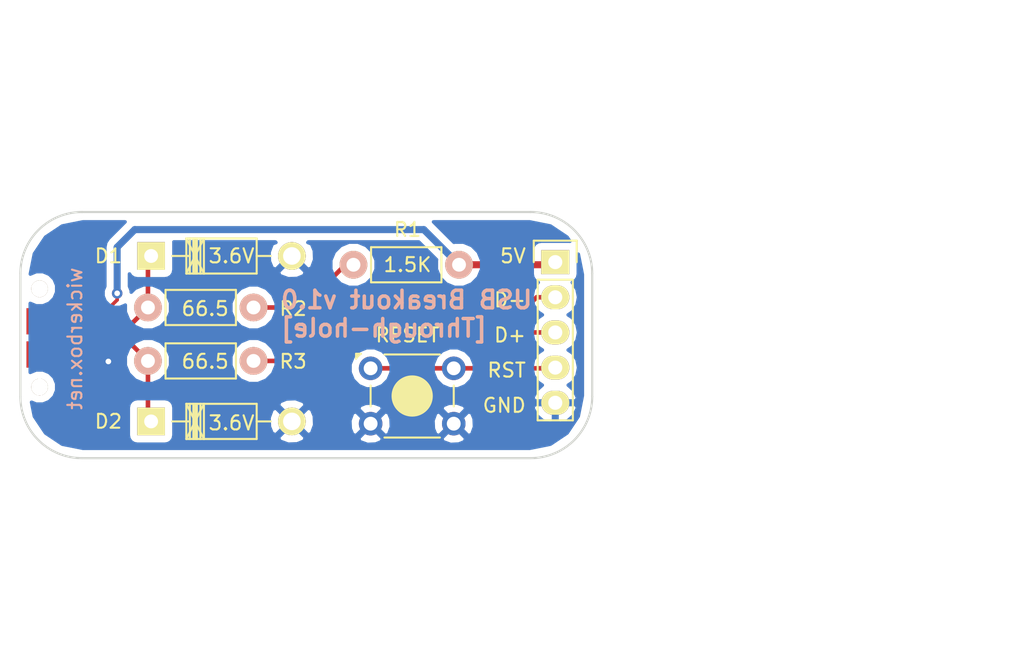
<source format=kicad_pcb>
(kicad_pcb (version 4) (host pcbnew 4.0.4+e1-6308~48~ubuntu14.04.1-stable)

  (general
    (links 16)
    (no_connects 0)
    (area 104.572999 74.854999 178.510001 123.265001)
    (thickness 1.6)
    (drawings 48)
    (tracks 37)
    (zones 0)
    (modules 8)
    (nets 8)
  )

  (page USLetter)
  (title_block
    (company "Released under the CERN Open Hardware License v1.2")
    (comment 1 "jenner@wickerbox.net - http://wickerbox.net")
    (comment 2 "Designed by Jenner at Wickerbox Electronics")
  )

  (layers
    (0 F.Cu signal)
    (31 B.Cu signal)
    (34 B.Paste user)
    (35 F.Paste user)
    (36 B.SilkS user)
    (37 F.SilkS user)
    (38 B.Mask user)
    (39 F.Mask user)
    (44 Edge.Cuts user)
    (46 B.CrtYd user)
    (47 F.CrtYd user)
    (48 B.Fab user)
    (49 F.Fab user)
  )

  (setup
    (last_trace_width 0.254)
    (user_trace_width 0.1524)
    (user_trace_width 0.254)
    (user_trace_width 0.3302)
    (user_trace_width 0.508)
    (user_trace_width 0.762)
    (user_trace_width 1.27)
    (trace_clearance 0.254)
    (zone_clearance 0.508)
    (zone_45_only no)
    (trace_min 0.1524)
    (segment_width 0.1524)
    (edge_width 0.1524)
    (via_size 0.6858)
    (via_drill 0.3302)
    (via_min_size 0.6858)
    (via_min_drill 0.3302)
    (user_via 0.6858 0.3302)
    (user_via 0.762 0.4064)
    (user_via 0.8636 0.508)
    (uvia_size 0.6858)
    (uvia_drill 0.3302)
    (uvias_allowed no)
    (uvia_min_size 0)
    (uvia_min_drill 0)
    (pcb_text_width 0.1524)
    (pcb_text_size 1.016 1.016)
    (mod_edge_width 0.1524)
    (mod_text_size 1.016 1.016)
    (mod_text_width 0.1524)
    (pad_size 1.524 1.524)
    (pad_drill 0.762)
    (pad_to_mask_clearance 0.0762)
    (solder_mask_min_width 0.1016)
    (pad_to_paste_clearance -0.0762)
    (aux_axis_origin 0 0)
    (visible_elements FFFEDF7D)
    (pcbplotparams
      (layerselection 0x310fc_80000001)
      (usegerberextensions true)
      (excludeedgelayer true)
      (linewidth 0.100000)
      (plotframeref false)
      (viasonmask false)
      (mode 1)
      (useauxorigin false)
      (hpglpennumber 1)
      (hpglpenspeed 20)
      (hpglpendiameter 15)
      (hpglpenoverlay 2)
      (psnegative false)
      (psa4output false)
      (plotreference true)
      (plotvalue true)
      (plotinvisibletext false)
      (padsonsilk false)
      (subtractmaskfromsilk false)
      (outputformat 1)
      (mirror false)
      (drillshape 0)
      (scaleselection 1)
      (outputdirectory gerbers))
  )

  (net 0 "")
  (net 1 GND)
  (net 2 "Net-(D1-Pad1)")
  (net 3 "Net-(D2-Pad1)")
  (net 4 VUSB)
  (net 5 /DM)
  (net 6 /DP)
  (net 7 /RESET)

  (net_class Default "This is the default net class."
    (clearance 0.254)
    (trace_width 0.254)
    (via_dia 0.6858)
    (via_drill 0.3302)
    (uvia_dia 0.6858)
    (uvia_drill 0.3302)
    (add_net /DM)
    (add_net /DP)
    (add_net /RESET)
    (add_net GND)
    (add_net "Net-(D1-Pad1)")
    (add_net "Net-(D2-Pad1)")
    (add_net VUSB)
  )

  (module Wickerlib:CONN-USB-MICRO-B-AMPHENOL-10118193-0001LF (layer F.Cu) (tedit 58332770) (tstamp 58334A4F)
    (at 107.4304 99.2628 270)
    (descr "Micro USB Type B 10103594-0001LF")
    (tags "USB USB_B USB_micro USB_OTG")
    (path /58331EEE)
    (attr smd)
    (fp_text reference J1 (at -0.2028 -1.25 360) (layer F.Fab)
      (effects (font (size 2.032 2.032) (thickness 0.254)))
    )
    (fp_text value USB-MICRO (at -0.25 0.25 270) (layer F.Fab) hide
      (effects (font (size 1 1) (thickness 0.15)))
    )
    (fp_text user %R (at 4 -4.75 270) (layer F.SilkS) hide
      (effects (font (size 1 1) (thickness 0.15)))
    )
    (fp_line (start -5 1.5) (end -5 -3.75) (layer F.Fab) (width 0.05))
    (fp_line (start 5 1.5) (end -5 1.5) (layer F.Fab) (width 0.05))
    (fp_line (start 5 -3.75) (end 5 1.5) (layer F.Fab) (width 0.05))
    (fp_line (start -5 -3.75) (end 5 -3.75) (layer F.Fab) (width 0.05))
    (fp_line (start 5.0546 1.524) (end -5.08 1.524) (layer F.CrtYd) (width 0.05))
    (fp_line (start -5.08 -3.8608) (end -5.08 1.524) (layer F.CrtYd) (width 0.05))
    (fp_line (start 5.08 -3.8608) (end 5.08 1.524) (layer F.CrtYd) (width 0.05))
    (fp_line (start 5.08 -3.8862) (end -5.0546 -3.8862) (layer F.CrtYd) (width 0.05))
    (pad 1 smd rect (at -1.3 -2.675) (size 1.35 0.4) (layers F.Cu F.Paste F.Mask)
      (net 4 VUSB))
    (pad 2 smd rect (at -0.65 -2.675) (size 1.35 0.4) (layers F.Cu F.Paste F.Mask)
      (net 2 "Net-(D1-Pad1)"))
    (pad 3 smd rect (at -0.0009 -2.675) (size 1.35 0.4) (layers F.Cu F.Paste F.Mask)
      (net 3 "Net-(D2-Pad1)"))
    (pad 4 smd rect (at 0.65 -2.675) (size 1.35 0.4) (layers F.Cu F.Paste F.Mask))
    (pad 5 smd rect (at 1.3 -2.675) (size 1.35 0.4) (layers F.Cu F.Paste F.Mask)
      (net 1 GND))
    (pad 6 smd rect (at -3.2 -2.45) (size 1.4 1.6) (layers F.Cu F.Paste F.Mask))
    (pad 6 thru_hole circle (at -3.55 0) (size 1.2 1.2) (drill 1.2) (layers *.Cu *.Mask F.SilkS))
    (pad 6 smd rect (at -1.2 0) (size 1.9 1.9) (layers F.Cu F.Paste F.Mask))
    (pad 6 smd rect (at 1.2 0) (size 1.9 1.9) (layers F.Cu F.Paste F.Mask))
    (pad 6 smd rect (at 3.2 -2.45) (size 1.4 1.6) (layers F.Cu F.Paste F.Mask))
    (pad 6 thru_hole circle (at 3.55 0) (size 1.2 1.2) (drill 1.2) (layers *.Cu *.Mask F.SilkS))
  )

  (module Wickerlib:CONN-HEADER-STRAIGHT-P2.54MM-1x05 (layer F.Cu) (tedit 5833276D) (tstamp 58334A68)
    (at 144.653 93.7895)
    (descr "Through hole pin header")
    (tags "pin header")
    (path /5833CF38)
    (fp_text reference J2 (at 0 5.25 180) (layer F.Fab)
      (effects (font (size 2.032 2.032) (thickness 0.254)))
    )
    (fp_text value "TO MICROCONTROLLER" (at -3.25 6.5 90) (layer F.Fab) hide
      (effects (font (size 1 1) (thickness 0.15)))
    )
    (fp_line (start 1.75 12) (end 1.75 -1.75) (layer F.Fab) (width 0.0508))
    (fp_line (start -1.75 12) (end 1.75 12) (layer F.Fab) (width 0.0508))
    (fp_line (start -1.75 -1.75) (end -1.75 12) (layer F.Fab) (width 0.0508))
    (fp_line (start 1.75 -1.75) (end -1.75 -1.75) (layer F.Fab) (width 0.0508))
    (fp_text user %R (at 0 -3) (layer F.SilkS) hide
      (effects (font (size 1 1) (thickness 0.15)))
    )
    (fp_line (start -1.55 0) (end -1.55 -1.55) (layer F.SilkS) (width 0.15))
    (fp_line (start -1.55 -1.55) (end 1.55 -1.55) (layer F.SilkS) (width 0.15))
    (fp_line (start 1.55 -1.55) (end 1.55 0) (layer F.SilkS) (width 0.15))
    (fp_line (start -1.75 -1.75) (end -1.75 11.95) (layer F.CrtYd) (width 0.05))
    (fp_line (start 1.75 -1.75) (end 1.75 11.95) (layer F.CrtYd) (width 0.05))
    (fp_line (start -1.75 -1.75) (end 1.75 -1.75) (layer F.CrtYd) (width 0.05))
    (fp_line (start -1.75 11.95) (end 1.75 11.95) (layer F.CrtYd) (width 0.05))
    (fp_line (start 1.27 1.27) (end 1.27 11.43) (layer F.SilkS) (width 0.15))
    (fp_line (start 1.27 11.43) (end -1.27 11.43) (layer F.SilkS) (width 0.15))
    (fp_line (start -1.27 11.43) (end -1.27 1.27) (layer F.SilkS) (width 0.15))
    (fp_line (start 1.27 1.27) (end -1.27 1.27) (layer F.SilkS) (width 0.15))
    (pad 1 thru_hole rect (at 0 0) (size 2.032 1.7272) (drill 1.016) (layers *.Cu *.Mask F.SilkS)
      (net 4 VUSB))
    (pad 2 thru_hole oval (at 0 2.54) (size 2.032 1.7272) (drill 1.016) (layers *.Cu *.Mask F.SilkS)
      (net 5 /DM))
    (pad 3 thru_hole oval (at 0 5.08) (size 2.032 1.7272) (drill 1.016) (layers *.Cu *.Mask F.SilkS)
      (net 6 /DP))
    (pad 4 thru_hole oval (at 0 7.62) (size 2.032 1.7272) (drill 1.016) (layers *.Cu *.Mask F.SilkS)
      (net 7 /RESET))
    (pad 5 thru_hole oval (at 0 10.16) (size 2.032 1.7272) (drill 1.016) (layers *.Cu *.Mask F.SilkS)
      (net 1 GND))
  )

  (module Wickerlib:RES-CARBONFILM-7MM (layer F.Cu) (tedit 58157667) (tstamp 58334A7C)
    (at 137.7061 93.98 180)
    (descr "Resistor, Axial,  RM 7.62mm, 1/3W,")
    (tags "Resistor Axial RM 7.62mm 1/3W R3")
    (path /5833CD1D)
    (fp_text reference R1 (at 3.8 0 180) (layer F.Fab)
      (effects (font (size 1 1) (thickness 0.15)))
    )
    (fp_text value 1.5K (at 3.81 3.81 180) (layer F.Fab) hide
      (effects (font (size 1 1) (thickness 0.15)))
    )
    (fp_text user %R (at 3.7211 2.54 180) (layer F.SilkS)
      (effects (font (size 1 1) (thickness 0.15)))
    )
    (fp_line (start 8.9 -1.5) (end -1.3 -1.5) (layer F.Fab) (width 0.0508))
    (fp_line (start 8.9 1.5) (end 8.9 -1.5) (layer F.Fab) (width 0.0508))
    (fp_line (start 8.8 1.5) (end 8.9 1.5) (layer F.Fab) (width 0.0508))
    (fp_line (start -1.3 1.5) (end 8.8 1.5) (layer F.Fab) (width 0.0508))
    (fp_line (start -1.3 -1.5) (end -1.3 1.5) (layer F.Fab) (width 0.0508))
    (fp_line (start -1.25 -1.5) (end 8.85 -1.5) (layer F.CrtYd) (width 0.05))
    (fp_line (start -1.25 1.5) (end -1.25 -1.5) (layer F.CrtYd) (width 0.05))
    (fp_line (start 8.85 -1.5) (end 8.85 1.5) (layer F.CrtYd) (width 0.05))
    (fp_line (start -1.25 1.5) (end 8.85 1.5) (layer F.CrtYd) (width 0.05))
    (fp_line (start 1.27 -1.27) (end 6.35 -1.27) (layer F.SilkS) (width 0.15))
    (fp_line (start 6.35 -1.27) (end 6.35 1.27) (layer F.SilkS) (width 0.15))
    (fp_line (start 6.35 1.27) (end 1.27 1.27) (layer F.SilkS) (width 0.15))
    (fp_line (start 1.27 1.27) (end 1.27 -1.27) (layer F.SilkS) (width 0.15))
    (pad 1 thru_hole circle (at 0 0 180) (size 1.99898 1.99898) (drill 1.00076) (layers *.Cu *.SilkS *.Mask)
      (net 4 VUSB))
    (pad 2 thru_hole circle (at 7.62 0 180) (size 1.99898 1.99898) (drill 1.00076) (layers *.Cu *.SilkS *.Mask)
      (net 2 "Net-(D1-Pad1)"))
  )

  (module Wickerlib:RES-CARBONFILM-7MM (layer F.Cu) (tedit 58157667) (tstamp 58334A90)
    (at 122.8725 97.0661 180)
    (descr "Resistor, Axial,  RM 7.62mm, 1/3W,")
    (tags "Resistor Axial RM 7.62mm 1/3W R3")
    (path /5833C9E5)
    (fp_text reference R2 (at 3.8 0 180) (layer F.Fab)
      (effects (font (size 1 1) (thickness 0.15)))
    )
    (fp_text value 66.5 (at 3.81 3.81 180) (layer F.Fab) hide
      (effects (font (size 1 1) (thickness 0.15)))
    )
    (fp_text user %R (at -2.8575 -0.0889 180) (layer F.SilkS)
      (effects (font (size 1 1) (thickness 0.15)))
    )
    (fp_line (start 8.9 -1.5) (end -1.3 -1.5) (layer F.Fab) (width 0.0508))
    (fp_line (start 8.9 1.5) (end 8.9 -1.5) (layer F.Fab) (width 0.0508))
    (fp_line (start 8.8 1.5) (end 8.9 1.5) (layer F.Fab) (width 0.0508))
    (fp_line (start -1.3 1.5) (end 8.8 1.5) (layer F.Fab) (width 0.0508))
    (fp_line (start -1.3 -1.5) (end -1.3 1.5) (layer F.Fab) (width 0.0508))
    (fp_line (start -1.25 -1.5) (end 8.85 -1.5) (layer F.CrtYd) (width 0.05))
    (fp_line (start -1.25 1.5) (end -1.25 -1.5) (layer F.CrtYd) (width 0.05))
    (fp_line (start 8.85 -1.5) (end 8.85 1.5) (layer F.CrtYd) (width 0.05))
    (fp_line (start -1.25 1.5) (end 8.85 1.5) (layer F.CrtYd) (width 0.05))
    (fp_line (start 1.27 -1.27) (end 6.35 -1.27) (layer F.SilkS) (width 0.15))
    (fp_line (start 6.35 -1.27) (end 6.35 1.27) (layer F.SilkS) (width 0.15))
    (fp_line (start 6.35 1.27) (end 1.27 1.27) (layer F.SilkS) (width 0.15))
    (fp_line (start 1.27 1.27) (end 1.27 -1.27) (layer F.SilkS) (width 0.15))
    (pad 1 thru_hole circle (at 0 0 180) (size 1.99898 1.99898) (drill 1.00076) (layers *.Cu *.SilkS *.Mask)
      (net 5 /DM))
    (pad 2 thru_hole circle (at 7.62 0 180) (size 1.99898 1.99898) (drill 1.00076) (layers *.Cu *.SilkS *.Mask)
      (net 2 "Net-(D1-Pad1)"))
  )

  (module Wickerlib:RES-CARBONFILM-7MM (layer F.Cu) (tedit 58157667) (tstamp 58334AA4)
    (at 122.8725 100.9269 180)
    (descr "Resistor, Axial,  RM 7.62mm, 1/3W,")
    (tags "Resistor Axial RM 7.62mm 1/3W R3")
    (path /5833CBCE)
    (fp_text reference R3 (at 3.8 0 180) (layer F.Fab)
      (effects (font (size 1 1) (thickness 0.15)))
    )
    (fp_text value 66.5 (at 3.81 3.81 180) (layer F.Fab) hide
      (effects (font (size 1 1) (thickness 0.15)))
    )
    (fp_text user %R (at -2.8575 -0.0381 180) (layer F.SilkS)
      (effects (font (size 1 1) (thickness 0.15)))
    )
    (fp_line (start 8.9 -1.5) (end -1.3 -1.5) (layer F.Fab) (width 0.0508))
    (fp_line (start 8.9 1.5) (end 8.9 -1.5) (layer F.Fab) (width 0.0508))
    (fp_line (start 8.8 1.5) (end 8.9 1.5) (layer F.Fab) (width 0.0508))
    (fp_line (start -1.3 1.5) (end 8.8 1.5) (layer F.Fab) (width 0.0508))
    (fp_line (start -1.3 -1.5) (end -1.3 1.5) (layer F.Fab) (width 0.0508))
    (fp_line (start -1.25 -1.5) (end 8.85 -1.5) (layer F.CrtYd) (width 0.05))
    (fp_line (start -1.25 1.5) (end -1.25 -1.5) (layer F.CrtYd) (width 0.05))
    (fp_line (start 8.85 -1.5) (end 8.85 1.5) (layer F.CrtYd) (width 0.05))
    (fp_line (start -1.25 1.5) (end 8.85 1.5) (layer F.CrtYd) (width 0.05))
    (fp_line (start 1.27 -1.27) (end 6.35 -1.27) (layer F.SilkS) (width 0.15))
    (fp_line (start 6.35 -1.27) (end 6.35 1.27) (layer F.SilkS) (width 0.15))
    (fp_line (start 6.35 1.27) (end 1.27 1.27) (layer F.SilkS) (width 0.15))
    (fp_line (start 1.27 1.27) (end 1.27 -1.27) (layer F.SilkS) (width 0.15))
    (pad 1 thru_hole circle (at 0 0 180) (size 1.99898 1.99898) (drill 1.00076) (layers *.Cu *.SilkS *.Mask)
      (net 6 /DP))
    (pad 2 thru_hole circle (at 7.62 0 180) (size 1.99898 1.99898) (drill 1.00076) (layers *.Cu *.SilkS *.Mask)
      (net 3 "Net-(D2-Pad1)"))
  )

  (module Wickerlib:SWITCH-OMRON-MOMENTARY-TH-B3F-10XX (layer F.Cu) (tedit 5833275B) (tstamp 58334AC5)
    (at 131.3251 101.4603)
    (descr SWITCH-OMRON-MOMENTARY-TH-B3F-10XX)
    (tags "Omron B3F-10xx")
    (path /5833D15A)
    (fp_text reference SW1 (at 3 2) (layer F.Fab)
      (effects (font (size 1 1) (thickness 0.15)))
    )
    (fp_text value RESET (at 3.25 2) (layer F.Fab) hide
      (effects (font (size 1 1) (thickness 0.15)))
    )
    (fp_text user %R (at 3.25 2.0447) (layer F.SilkS) hide
      (effects (font (size 1 1) (thickness 0.15)))
    )
    (fp_line (start 7 5) (end 7 -1) (layer F.Fab) (width 0.05))
    (fp_line (start -1 5) (end 7 5) (layer F.Fab) (width 0.05))
    (fp_line (start -1 -1) (end -1 5) (layer F.Fab) (width 0.05))
    (fp_line (start 7 -1) (end -1 -1) (layer F.Fab) (width 0.05))
    (fp_line (start -0.95 -1) (end -0.95 -0.9) (layer F.SilkS) (width 0.15))
    (fp_line (start -1.05 -1.05) (end -0.7 -1.05) (layer F.SilkS) (width 0.15))
    (fp_arc (start 0 0) (end -1.05 -0.7) (angle 22.61986495) (layer F.SilkS) (width 0.15))
    (fp_line (start -1.05 -1.05) (end -1.05 -0.7) (layer F.SilkS) (width 0.15))
    (fp_line (start 7.15 -1.15) (end 0.45 -1.15) (layer F.CrtYd) (width 0.05))
    (fp_line (start 7.15 5.15) (end 7.15 -1.15) (layer F.CrtYd) (width 0.05))
    (fp_line (start -1.15 5.15) (end 7.15 5.15) (layer F.CrtYd) (width 0.05))
    (fp_line (start -1.15 0) (end -1.15 5.15) (layer F.CrtYd) (width 0.05))
    (fp_line (start -1.15 -1.15) (end 0.45 -1.15) (layer F.CrtYd) (width 0.05))
    (fp_line (start -1.15 0) (end -1.15 -1.15) (layer F.CrtYd) (width 0.05))
    (fp_circle (center 3 2) (end 4 3) (layer F.SilkS) (width 0.15))
    (fp_line (start 1 5) (end 5 5) (layer F.SilkS) (width 0.15))
    (fp_line (start 1 -1) (end 5 -1) (layer F.SilkS) (width 0.15))
    (fp_line (start 0 2.75) (end 0 1.25) (layer F.SilkS) (width 0.15))
    (fp_line (start 6 1.25) (end 6 2.75) (layer F.SilkS) (width 0.15))
    (fp_line (start 0 2) (end 0 2) (layer F.SilkS) (width 0))
    (fp_line (start 5 5) (end 1 5) (layer F.SilkS) (width 0))
    (fp_line (start 5 -1) (end 1 -1) (layer F.SilkS) (width 0))
    (fp_line (start 6 2) (end 6 2) (layer F.SilkS) (width 0))
    (fp_circle (center 3 2) (end 4 3) (layer F.SilkS) (width 0))
    (pad 4 thru_hole circle (at 6 4) (size 1.7 1.7) (drill 1) (layers *.Cu *.Mask)
      (net 1 GND))
    (pad 3 thru_hole circle (at 0 4) (size 1.7 1.7) (drill 1) (layers *.Cu *.Mask)
      (net 1 GND))
    (pad 2 thru_hole circle (at 6 0) (size 1.7 1.7) (drill 1) (layers *.Cu *.Mask)
      (net 7 /RESET))
    (pad 1 thru_hole circle (at 0 0) (size 1.7 1.7) (drill 1) (layers *.Cu *.Mask)
      (net 7 /RESET))
  )

  (module Wickerlib:DIODE-DO-41 (layer F.Cu) (tedit 58156C41) (tstamp 58334A17)
    (at 115.4811 93.34754)
    (descr "Diode, DO-41, SOD81, Horizontal, RM 10mm,")
    (tags "Diode, DO-41, SOD81, Horizontal, RM 10mm, 1N4007, SB140,")
    (path /58331F64)
    (fp_text reference D1 (at 5.25 0) (layer F.Fab)
      (effects (font (size 2.032 2.032) (thickness 0.254)))
    )
    (fp_text value 3.6V (at 4.37134 -3.55854) (layer F.Fab) hide
      (effects (font (size 1 1) (thickness 0.15)))
    )
    (fp_line (start 11.5 -1.75) (end 11.75 -1.75) (layer F.CrtYd) (width 0.0508))
    (fp_line (start -1.5 -1.75) (end 11.5 -1.75) (layer F.CrtYd) (width 0.0508))
    (fp_line (start -1.5 1.75) (end -1.5 -1.75) (layer F.CrtYd) (width 0.0508))
    (fp_line (start 11.75 1.75) (end -1.5 1.75) (layer F.CrtYd) (width 0.0508))
    (fp_line (start 11.75 -1.75) (end 11.75 1.75) (layer F.CrtYd) (width 0.0508))
    (fp_text user %R (at -3.0861 -0.00254) (layer F.SilkS)
      (effects (font (size 1 1) (thickness 0.15)))
    )
    (fp_line (start -1.5 -1.75) (end -1.5 -1.5) (layer F.Fab) (width 0.0508))
    (fp_line (start 11.75 -1.75) (end -1.5 -1.75) (layer F.Fab) (width 0.0508))
    (fp_line (start 11.75 1.75) (end 11.75 -1.75) (layer F.Fab) (width 0.0508))
    (fp_line (start 11.5 1.75) (end 11.75 1.75) (layer F.Fab) (width 0.0508))
    (fp_line (start -1.5 1.75) (end 11.5 1.75) (layer F.Fab) (width 0.0508))
    (fp_line (start -1.5 -1.5) (end -1.5 1.75) (layer F.Fab) (width 0.0508))
    (fp_line (start 7.62 -0.00254) (end 8.636 -0.00254) (layer F.SilkS) (width 0.15))
    (fp_line (start 2.794 -0.00254) (end 1.524 -0.00254) (layer F.SilkS) (width 0.15))
    (fp_line (start 3.048 -1.27254) (end 3.048 1.26746) (layer F.SilkS) (width 0.15))
    (fp_line (start 3.302 -1.27254) (end 3.302 1.26746) (layer F.SilkS) (width 0.15))
    (fp_line (start 3.556 -1.27254) (end 3.556 1.26746) (layer F.SilkS) (width 0.15))
    (fp_line (start 2.794 -1.27254) (end 2.794 1.26746) (layer F.SilkS) (width 0.15))
    (fp_line (start 3.81 -1.27254) (end 2.54 1.26746) (layer F.SilkS) (width 0.15))
    (fp_line (start 2.54 -1.27254) (end 3.81 1.26746) (layer F.SilkS) (width 0.15))
    (fp_line (start 3.81 -1.27254) (end 3.81 1.26746) (layer F.SilkS) (width 0.15))
    (fp_line (start 3.175 -1.27254) (end 3.175 1.26746) (layer F.SilkS) (width 0.15))
    (fp_line (start 2.54 1.26746) (end 2.54 -1.27254) (layer F.SilkS) (width 0.15))
    (fp_line (start 2.54 -1.27254) (end 7.62 -1.27254) (layer F.SilkS) (width 0.15))
    (fp_line (start 7.62 -1.27254) (end 7.62 1.26746) (layer F.SilkS) (width 0.15))
    (fp_line (start 7.62 1.26746) (end 2.54 1.26746) (layer F.SilkS) (width 0.15))
    (fp_line (start -0.5 -1.75) (end -0.5 1.75) (layer F.Fab) (width 0.0508))
    (pad 2 thru_hole circle (at 10.16 -0.00254 180) (size 1.99898 1.99898) (drill 1.27) (layers *.Cu *.Mask F.SilkS)
      (net 1 GND))
    (pad 1 thru_hole rect (at 0 -0.00254 180) (size 1.99898 1.99898) (drill 1.00076) (layers *.Cu *.Mask F.SilkS)
      (net 2 "Net-(D1-Pad1)"))
  )

  (module Wickerlib:DIODE-DO-41 (layer F.Cu) (tedit 58156C41) (tstamp 58334A37)
    (at 115.4811 105.29824)
    (descr "Diode, DO-41, SOD81, Horizontal, RM 10mm,")
    (tags "Diode, DO-41, SOD81, Horizontal, RM 10mm, 1N4007, SB140,")
    (path /58331FE7)
    (fp_text reference D2 (at 5.25 0) (layer F.Fab)
      (effects (font (size 2.032 2.032) (thickness 0.254)))
    )
    (fp_text value 3.6V (at 4.37134 -3.55854) (layer F.Fab) hide
      (effects (font (size 1 1) (thickness 0.15)))
    )
    (fp_line (start 11.5 -1.75) (end 11.75 -1.75) (layer F.CrtYd) (width 0.0508))
    (fp_line (start -1.5 -1.75) (end 11.5 -1.75) (layer F.CrtYd) (width 0.0508))
    (fp_line (start -1.5 1.75) (end -1.5 -1.75) (layer F.CrtYd) (width 0.0508))
    (fp_line (start 11.75 1.75) (end -1.5 1.75) (layer F.CrtYd) (width 0.0508))
    (fp_line (start 11.75 -1.75) (end 11.75 1.75) (layer F.CrtYd) (width 0.0508))
    (fp_text user %R (at -3.0861 -0.00254) (layer F.SilkS)
      (effects (font (size 1 1) (thickness 0.15)))
    )
    (fp_line (start -1.5 -1.75) (end -1.5 -1.5) (layer F.Fab) (width 0.0508))
    (fp_line (start 11.75 -1.75) (end -1.5 -1.75) (layer F.Fab) (width 0.0508))
    (fp_line (start 11.75 1.75) (end 11.75 -1.75) (layer F.Fab) (width 0.0508))
    (fp_line (start 11.5 1.75) (end 11.75 1.75) (layer F.Fab) (width 0.0508))
    (fp_line (start -1.5 1.75) (end 11.5 1.75) (layer F.Fab) (width 0.0508))
    (fp_line (start -1.5 -1.5) (end -1.5 1.75) (layer F.Fab) (width 0.0508))
    (fp_line (start 7.62 -0.00254) (end 8.636 -0.00254) (layer F.SilkS) (width 0.15))
    (fp_line (start 2.794 -0.00254) (end 1.524 -0.00254) (layer F.SilkS) (width 0.15))
    (fp_line (start 3.048 -1.27254) (end 3.048 1.26746) (layer F.SilkS) (width 0.15))
    (fp_line (start 3.302 -1.27254) (end 3.302 1.26746) (layer F.SilkS) (width 0.15))
    (fp_line (start 3.556 -1.27254) (end 3.556 1.26746) (layer F.SilkS) (width 0.15))
    (fp_line (start 2.794 -1.27254) (end 2.794 1.26746) (layer F.SilkS) (width 0.15))
    (fp_line (start 3.81 -1.27254) (end 2.54 1.26746) (layer F.SilkS) (width 0.15))
    (fp_line (start 2.54 -1.27254) (end 3.81 1.26746) (layer F.SilkS) (width 0.15))
    (fp_line (start 3.81 -1.27254) (end 3.81 1.26746) (layer F.SilkS) (width 0.15))
    (fp_line (start 3.175 -1.27254) (end 3.175 1.26746) (layer F.SilkS) (width 0.15))
    (fp_line (start 2.54 1.26746) (end 2.54 -1.27254) (layer F.SilkS) (width 0.15))
    (fp_line (start 2.54 -1.27254) (end 7.62 -1.27254) (layer F.SilkS) (width 0.15))
    (fp_line (start 7.62 -1.27254) (end 7.62 1.26746) (layer F.SilkS) (width 0.15))
    (fp_line (start 7.62 1.26746) (end 2.54 1.26746) (layer F.SilkS) (width 0.15))
    (fp_line (start -0.5 -1.75) (end -0.5 1.75) (layer F.Fab) (width 0.0508))
    (pad 2 thru_hole circle (at 10.16 -0.00254 180) (size 1.99898 1.99898) (drill 1.27) (layers *.Cu *.Mask F.SilkS)
      (net 1 GND))
    (pad 1 thru_hole rect (at 0 -0.00254 180) (size 1.99898 1.99898) (drill 1.00076) (layers *.Cu *.Mask F.SilkS)
      (net 3 "Net-(D2-Pad1)"))
  )

  (gr_text wickerbox.net (at 109.982 99.314 90) (layer B.SilkS)
    (effects (font (size 1.016 1.016) (thickness 0.1524)) (justify mirror))
  )
  (gr_text "USB Breakout v1.0\n [Through-hole]" (at 124.714 97.536) (layer B.SilkS)
    (effects (font (size 1.27 1.27) (thickness 0.254)) (justify right mirror))
  )
  (gr_text 11/21/16 (at 142.875 109.855) (layer F.Fab) (tstamp 58335214)
    (effects (font (size 1.016 1.016) (thickness 0.1524)))
  )
  (gr_text "USB Breakout Board\nThrough-hole v1.0" (at 139.065 87.63) (layer F.Fab)
    (effects (font (size 1.016 1.016) (thickness 0.1524)))
  )
  (gr_line (start 110.49 107.95) (end 142.875 107.95) (layer F.Fab) (width 0.1524) (tstamp 583351FB))
  (gr_arc (start 142.875 103.505) (end 147.32 103.505) (angle 90) (layer F.Fab) (width 0.1524) (tstamp 583351FA))
  (gr_line (start 147.32 103.505) (end 147.32 94.615) (layer Edge.Cuts) (width 0.1524) (tstamp 583351F9))
  (gr_arc (start 142.875 94.615) (end 142.875 90.17) (angle 90) (layer F.Fab) (width 0.1524) (tstamp 583351F8))
  (gr_arc (start 110.49 103.505) (end 110.49 107.95) (angle 90) (layer Edge.Cuts) (width 0.1524) (tstamp 583351F7))
  (gr_line (start 110.49 90.17) (end 142.875 90.17) (layer F.Fab) (width 0.1524) (tstamp 583351F6))
  (gr_arc (start 110.49 94.615) (end 106.045 94.615) (angle 90) (layer F.Fab) (width 0.1524) (tstamp 583351F5))
  (gr_line (start 106.045 94.615) (end 106.045 103.505) (layer F.Fab) (width 0.1524) (tstamp 583351F4))
  (gr_text "3.6V\n" (at 121.285 105.41) (layer F.SilkS) (tstamp 58335169)
    (effects (font (size 1.016 1.016) (thickness 0.1524)))
  )
  (gr_text "3.6V\n" (at 121.285 93.345) (layer F.SilkS) (tstamp 58335166)
    (effects (font (size 1.016 1.016) (thickness 0.1524)))
  )
  (gr_text "1.5K\n" (at 133.985 93.98) (layer F.SilkS) (tstamp 58335161)
    (effects (font (size 1.016 1.016) (thickness 0.1524)))
  )
  (gr_text 66.5 (at 119.38 100.965) (layer F.SilkS) (tstamp 58335160)
    (effects (font (size 1.016 1.016) (thickness 0.1524)))
  )
  (gr_text 66.5 (at 119.38 97.155) (layer F.SilkS)
    (effects (font (size 1.016 1.016) (thickness 0.1524)))
  )
  (gr_text "GND\n" (at 140.97 104.14) (layer F.SilkS) (tstamp 58335138)
    (effects (font (size 1.016 1.016) (thickness 0.1524)))
  )
  (gr_text "RST\n" (at 141.139334 101.6) (layer F.SilkS) (tstamp 58335137)
    (effects (font (size 1.016 1.016) (thickness 0.1524)))
  )
  (gr_text D+ (at 141.381238 99.06) (layer F.SilkS) (tstamp 58335136)
    (effects (font (size 1.016 1.016) (thickness 0.1524)))
  )
  (gr_text "D-\n" (at 141.381238 96.52) (layer F.SilkS) (tstamp 58335135)
    (effects (font (size 1.016 1.016) (thickness 0.1524)))
  )
  (gr_text 5V (at 141.598953 93.345) (layer F.SilkS)
    (effects (font (size 1.016 1.016) (thickness 0.1524)))
  )
  (gr_text RESET (at 133.985 99.06) (layer F.SilkS)
    (effects (font (size 1.016 1.016) (thickness 0.1524)))
  )
  (gr_line (start 106.045 94.615) (end 106.045 103.505) (layer Edge.Cuts) (width 0.1524))
  (gr_arc (start 110.49 103.505) (end 110.49 107.95) (angle 90) (layer F.Fab) (width 0.1524) (tstamp 58334EAD))
  (gr_arc (start 110.49 94.615) (end 106.045 94.615) (angle 90) (layer Edge.Cuts) (width 0.1524) (tstamp 58334EA1))
  (gr_line (start 110.49 107.95) (end 142.875 107.95) (layer Edge.Cuts) (width 0.1524))
  (gr_line (start 147.32 103.505) (end 147.32 94.615) (layer F.Fab) (width 0.1524))
  (gr_arc (start 142.875 103.505) (end 147.32 103.505) (angle 90) (layer Edge.Cuts) (width 0.1524) (tstamp 58334E95))
  (gr_arc (start 142.875 94.615) (end 142.875 90.17) (angle 90) (layer Edge.Cuts) (width 0.1524))
  (gr_line (start 110.49 90.17) (end 142.875 90.17) (layer Edge.Cuts) (width 0.1524))
  (gr_circle (center 117.348 76.962) (end 118.618 76.962) (layer Dwgs.User) (width 0.15))
  (gr_line (start 114.427 78.994) (end 114.427 74.93) (angle 90) (layer Dwgs.User) (width 0.15))
  (gr_line (start 120.269 78.994) (end 114.427 78.994) (angle 90) (layer Dwgs.User) (width 0.15))
  (gr_line (start 120.269 74.93) (end 120.269 78.994) (angle 90) (layer Dwgs.User) (width 0.15))
  (gr_line (start 114.427 74.93) (end 120.269 74.93) (angle 90) (layer Dwgs.User) (width 0.15))
  (gr_line (start 120.523 93.98) (end 104.648 93.98) (angle 90) (layer Dwgs.User) (width 0.15))
  (gr_line (start 173.355 102.235) (end 173.355 94.615) (angle 90) (layer Dwgs.User) (width 0.15))
  (gr_line (start 178.435 102.235) (end 173.355 102.235) (angle 90) (layer Dwgs.User) (width 0.15))
  (gr_line (start 178.435 94.615) (end 178.435 102.235) (angle 90) (layer Dwgs.User) (width 0.15))
  (gr_line (start 173.355 94.615) (end 178.435 94.615) (angle 90) (layer Dwgs.User) (width 0.15))
  (gr_line (start 109.093 123.19) (end 109.093 114.3) (angle 90) (layer Dwgs.User) (width 0.15))
  (gr_line (start 122.428 123.19) (end 109.093 123.19) (angle 90) (layer Dwgs.User) (width 0.15))
  (gr_line (start 122.428 114.3) (end 122.428 123.19) (angle 90) (layer Dwgs.User) (width 0.15))
  (gr_line (start 109.093 114.3) (end 122.428 114.3) (angle 90) (layer Dwgs.User) (width 0.15))
  (gr_line (start 104.648 93.98) (end 104.648 82.55) (angle 90) (layer Dwgs.User) (width 0.15))
  (gr_line (start 120.523 82.55) (end 120.523 93.98) (angle 90) (layer Dwgs.User) (width 0.15))
  (gr_line (start 104.648 82.55) (end 120.523 82.55) (angle 90) (layer Dwgs.User) (width 0.15))

  (segment (start 110.1054 100.5628) (end 111.9928 100.5628) (width 0.254) (layer F.Cu) (net 1))
  (segment (start 111.9928 100.5628) (end 112.395 100.965) (width 0.254) (layer F.Cu) (net 1))
  (via (at 112.395 100.965) (size 0.762) (drill 0.4064) (layers F.Cu B.Cu) (net 1))
  (segment (start 115.2525 95.25) (end 115.2525 92.99956) (width 0.3302) (layer F.Cu) (net 2))
  (segment (start 115.2525 97.0661) (end 115.2525 95.25) (width 0.3302) (layer F.Cu) (net 2))
  (segment (start 115.2525 95.25) (end 128.2319 95.25) (width 0.3302) (layer F.Cu) (net 2))
  (segment (start 128.2319 95.25) (end 130.0861 93.3958) (width 0.3302) (layer F.Cu) (net 2))
  (segment (start 115.2525 92.99956) (end 115.4811 92.77096) (width 0.3302) (layer F.Cu) (net 2))
  (segment (start 110.1054 98.6128) (end 113.7058 98.6128) (width 0.3302) (layer F.Cu) (net 2))
  (segment (start 113.7058 98.6128) (end 115.2525 97.0661) (width 0.3302) (layer F.Cu) (net 2))
  (segment (start 115.2525 100.9269) (end 115.2525 105.0671) (width 0.3302) (layer F.Cu) (net 3))
  (segment (start 115.2525 105.0671) (end 115.4811 105.2957) (width 0.3302) (layer F.Cu) (net 3))
  (segment (start 110.1054 99.2619) (end 113.5875 99.2619) (width 0.3302) (layer F.Cu) (net 3))
  (segment (start 113.5875 99.2619) (end 115.2525 100.9269) (width 0.3302) (layer F.Cu) (net 3))
  (segment (start 137.7061 93.98) (end 144.4625 93.98) (width 0.508) (layer F.Cu) (net 4))
  (segment (start 144.4625 93.98) (end 144.653 93.7895) (width 0.3302) (layer F.Cu) (net 4))
  (segment (start 113.03 96.0434) (end 113.03 96.52) (width 0.254) (layer F.Cu) (net 4))
  (segment (start 113.03 96.52) (end 111.5872 97.9628) (width 0.254) (layer F.Cu) (net 4))
  (segment (start 111.5872 97.9628) (end 111.1106 97.9628) (width 0.254) (layer F.Cu) (net 4))
  (segment (start 138.1506 94.4245) (end 137.7061 93.98) (width 0.508) (layer F.Cu) (net 4))
  (segment (start 113.03 96.0434) (end 113.03 92.71) (width 0.508) (layer B.Cu) (net 4))
  (segment (start 113.03 92.71) (end 114.3 91.44) (width 0.508) (layer B.Cu) (net 4))
  (segment (start 114.3 91.44) (end 135.1661 91.44) (width 0.508) (layer B.Cu) (net 4))
  (segment (start 135.1661 91.44) (end 137.7061 93.98) (width 0.508) (layer B.Cu) (net 4))
  (via (at 113.03 96.0434) (size 0.762) (drill 0.4064) (layers F.Cu B.Cu) (net 4))
  (segment (start 110.1054 97.9628) (end 111.1106 97.9628) (width 0.3302) (layer F.Cu) (net 4))
  (segment (start 122.8725 97.0661) (end 142.5702 97.0661) (width 0.3302) (layer F.Cu) (net 5))
  (segment (start 142.5702 97.0661) (end 143.3068 96.3295) (width 0.3302) (layer F.Cu) (net 5))
  (segment (start 143.3068 96.3295) (end 144.653 96.3295) (width 0.3302) (layer F.Cu) (net 5))
  (segment (start 144.653 98.8695) (end 126.5555 98.8695) (width 0.3302) (layer F.Cu) (net 6))
  (segment (start 126.5555 98.8695) (end 126.365 99.06) (width 0.3302) (layer F.Cu) (net 6))
  (segment (start 126.3777 99.0727) (end 126.365 99.06) (width 0.3302) (layer F.Cu) (net 6))
  (segment (start 122.8725 100.9269) (end 124.4981 100.9269) (width 0.3302) (layer F.Cu) (net 6))
  (segment (start 124.4981 100.9269) (end 126.365 99.06) (width 0.3302) (layer F.Cu) (net 6))
  (segment (start 137.3251 101.4603) (end 144.6022 101.4603) (width 0.3302) (layer F.Cu) (net 7))
  (segment (start 144.6022 101.4603) (end 144.653 101.4095) (width 0.3302) (layer F.Cu) (net 7))
  (segment (start 131.3251 101.4603) (end 137.3251 101.4603) (width 0.3302) (layer F.Cu) (net 7))

  (zone (net 1) (net_name GND) (layer B.Cu) (tstamp 0) (hatch edge 0.508)
    (connect_pads (clearance 0.508))
    (min_thickness 0.254)
    (fill yes (arc_segments 16) (thermal_gap 0.508) (thermal_bridge_width 0.508))
    (polygon
      (pts
        (xy 106.045 90.17) (xy 106.045 107.95) (xy 147.32 107.95) (xy 147.32 90.17)
      )
    )
    (filled_polygon
      (pts
        (xy 112.401382 92.081382) (xy 112.208671 92.369794) (xy 112.141 92.71) (xy 112.141 95.534993) (xy 112.014176 95.840418)
        (xy 112.013824 96.244608) (xy 112.168175 96.618166) (xy 112.453731 96.904221) (xy 112.827018 97.059224) (xy 113.231208 97.059576)
        (xy 113.604766 96.905225) (xy 113.618161 96.891853) (xy 113.617726 97.389794) (xy 113.866038 97.990755) (xy 114.325427 98.450946)
        (xy 114.925953 98.700306) (xy 115.576194 98.700874) (xy 116.177155 98.452562) (xy 116.637346 97.993173) (xy 116.886706 97.392647)
        (xy 116.886708 97.389794) (xy 121.237726 97.389794) (xy 121.486038 97.990755) (xy 121.945427 98.450946) (xy 122.545953 98.700306)
        (xy 123.196194 98.700874) (xy 123.797155 98.452562) (xy 124.257346 97.993173) (xy 124.506706 97.392647) (xy 124.507274 96.742406)
        (xy 124.258962 96.141445) (xy 123.799573 95.681254) (xy 123.199047 95.431894) (xy 122.548806 95.431326) (xy 121.947845 95.679638)
        (xy 121.487654 96.139027) (xy 121.238294 96.739553) (xy 121.237726 97.389794) (xy 116.886708 97.389794) (xy 116.887274 96.742406)
        (xy 116.638962 96.141445) (xy 116.179573 95.681254) (xy 115.579047 95.431894) (xy 114.928806 95.431326) (xy 114.327845 95.679638)
        (xy 114.046073 95.960919) (xy 114.046176 95.842192) (xy 113.919 95.534403) (xy 113.919 94.642827) (xy 114.01752 94.795931)
        (xy 114.22972 94.940921) (xy 114.48161 94.99193) (xy 116.48059 94.99193) (xy 116.715907 94.947652) (xy 116.932031 94.80858)
        (xy 117.077021 94.59638) (xy 117.097112 94.497163) (xy 124.668543 94.497163) (xy 124.767142 94.763965) (xy 125.376682 94.990401)
        (xy 126.026477 94.966341) (xy 126.515058 94.763965) (xy 126.613657 94.497163) (xy 125.6411 93.524605) (xy 124.668543 94.497163)
        (xy 117.097112 94.497163) (xy 117.12803 94.34449) (xy 117.12803 92.34551) (xy 117.124923 92.329) (xy 124.445492 92.329)
        (xy 124.488936 92.372444) (xy 124.222135 92.471042) (xy 123.995699 93.080582) (xy 124.019759 93.730377) (xy 124.222135 94.218958)
        (xy 124.488937 94.317557) (xy 125.461495 93.345) (xy 125.447352 93.330858) (xy 125.626958 93.151252) (xy 125.6411 93.165395)
        (xy 125.655242 93.151252) (xy 125.834848 93.330858) (xy 125.820705 93.345) (xy 126.793263 94.317557) (xy 126.830775 94.303694)
        (xy 128.451326 94.303694) (xy 128.699638 94.904655) (xy 129.159027 95.364846) (xy 129.759553 95.614206) (xy 130.409794 95.614774)
        (xy 131.010755 95.366462) (xy 131.470946 94.907073) (xy 131.720306 94.306547) (xy 131.720874 93.656306) (xy 131.472562 93.055345)
        (xy 131.013173 92.595154) (xy 130.412647 92.345794) (xy 129.762406 92.345226) (xy 129.161445 92.593538) (xy 128.701254 93.052927)
        (xy 128.451894 93.653453) (xy 128.451326 94.303694) (xy 126.830775 94.303694) (xy 127.060065 94.218958) (xy 127.286501 93.609418)
        (xy 127.262441 92.959623) (xy 127.060065 92.471042) (xy 126.793264 92.372444) (xy 126.836708 92.329) (xy 134.797864 92.329)
        (xy 136.086688 93.617824) (xy 136.071894 93.653453) (xy 136.071326 94.303694) (xy 136.319638 94.904655) (xy 136.779027 95.364846)
        (xy 137.379553 95.614206) (xy 138.029794 95.614774) (xy 138.630755 95.366462) (xy 139.090946 94.907073) (xy 139.340306 94.306547)
        (xy 139.340874 93.656306) (xy 139.092562 93.055345) (xy 138.633173 92.595154) (xy 138.032647 92.345794) (xy 137.382406 92.345226)
        (xy 137.344305 92.360969) (xy 135.864536 90.8812) (xy 142.804951 90.8812) (xy 144.298532 91.178291) (xy 145.505343 91.984657)
        (xy 145.706767 92.286108) (xy 145.669 92.27846) (xy 143.637 92.27846) (xy 143.401683 92.322738) (xy 143.185559 92.46181)
        (xy 143.040569 92.67401) (xy 142.98956 92.9259) (xy 142.98956 94.6531) (xy 143.033838 94.888417) (xy 143.17291 95.104541)
        (xy 143.38511 95.249531) (xy 143.426439 95.2579) (xy 143.408585 95.26983) (xy 143.083729 95.756011) (xy 142.969655 96.3295)
        (xy 143.083729 96.902989) (xy 143.408585 97.38917) (xy 143.723366 97.5995) (xy 143.408585 97.80983) (xy 143.083729 98.296011)
        (xy 142.969655 98.8695) (xy 143.083729 99.442989) (xy 143.408585 99.92917) (xy 143.723366 100.1395) (xy 143.408585 100.34983)
        (xy 143.083729 100.836011) (xy 142.969655 101.4095) (xy 143.083729 101.982989) (xy 143.408585 102.46917) (xy 143.718069 102.675961)
        (xy 143.302268 103.047464) (xy 143.048291 103.574709) (xy 143.045642 103.590474) (xy 143.166783 103.8225) (xy 144.526 103.8225)
        (xy 144.526 103.8025) (xy 144.78 103.8025) (xy 144.78 103.8225) (xy 146.139217 103.8225) (xy 146.260358 103.590474)
        (xy 146.257709 103.574709) (xy 146.003732 103.047464) (xy 145.587931 102.675961) (xy 145.897415 102.46917) (xy 146.222271 101.982989)
        (xy 146.336345 101.4095) (xy 146.222271 100.836011) (xy 145.897415 100.34983) (xy 145.582634 100.1395) (xy 145.897415 99.92917)
        (xy 146.222271 99.442989) (xy 146.336345 98.8695) (xy 146.222271 98.296011) (xy 145.897415 97.80983) (xy 145.582634 97.5995)
        (xy 145.897415 97.38917) (xy 146.222271 96.902989) (xy 146.336345 96.3295) (xy 146.222271 95.756011) (xy 145.897415 95.26983)
        (xy 145.883087 95.260257) (xy 145.904317 95.256262) (xy 146.120441 95.11719) (xy 146.265431 94.90499) (xy 146.31644 94.6531)
        (xy 146.31644 93.215254) (xy 146.6088 94.685049) (xy 146.6088 103.434951) (xy 146.311708 104.928534) (xy 145.505343 106.135343)
        (xy 144.298532 106.941709) (xy 142.804951 107.2388) (xy 110.560049 107.2388) (xy 109.066466 106.941708) (xy 107.859657 106.135343)
        (xy 107.053291 104.928532) (xy 106.927515 104.29621) (xy 113.83417 104.29621) (xy 113.83417 106.29519) (xy 113.878448 106.530507)
        (xy 114.01752 106.746631) (xy 114.22972 106.891621) (xy 114.48161 106.94263) (xy 116.48059 106.94263) (xy 116.715907 106.898352)
        (xy 116.932031 106.75928) (xy 117.077021 106.54708) (xy 117.097112 106.447863) (xy 124.668543 106.447863) (xy 124.767142 106.714665)
        (xy 125.376682 106.941101) (xy 126.026477 106.917041) (xy 126.515058 106.714665) (xy 126.592815 106.504258) (xy 130.460747 106.504258)
        (xy 130.54102 106.755559) (xy 131.096379 106.957018) (xy 131.686558 106.930615) (xy 132.10918 106.755559) (xy 132.189453 106.504258)
        (xy 136.460747 106.504258) (xy 136.54102 106.755559) (xy 137.096379 106.957018) (xy 137.686558 106.930615) (xy 138.10918 106.755559)
        (xy 138.189453 106.504258) (xy 137.3251 105.639905) (xy 136.460747 106.504258) (xy 132.189453 106.504258) (xy 131.3251 105.639905)
        (xy 130.460747 106.504258) (xy 126.592815 106.504258) (xy 126.613657 106.447863) (xy 125.6411 105.475305) (xy 124.668543 106.447863)
        (xy 117.097112 106.447863) (xy 117.12803 106.29519) (xy 117.12803 105.031282) (xy 123.995699 105.031282) (xy 124.019759 105.681077)
        (xy 124.222135 106.169658) (xy 124.488937 106.268257) (xy 125.461495 105.2957) (xy 125.820705 105.2957) (xy 126.793263 106.268257)
        (xy 127.060065 106.169658) (xy 127.286501 105.560118) (xy 127.274337 105.231579) (xy 129.828382 105.231579) (xy 129.854785 105.821758)
        (xy 130.029841 106.24438) (xy 130.281142 106.324653) (xy 131.145495 105.4603) (xy 131.504705 105.4603) (xy 132.369058 106.324653)
        (xy 132.620359 106.24438) (xy 132.821818 105.689021) (xy 132.801354 105.231579) (xy 135.828382 105.231579) (xy 135.854785 105.821758)
        (xy 136.029841 106.24438) (xy 136.281142 106.324653) (xy 137.145495 105.4603) (xy 137.504705 105.4603) (xy 138.369058 106.324653)
        (xy 138.620359 106.24438) (xy 138.821818 105.689021) (xy 138.795415 105.098842) (xy 138.620359 104.67622) (xy 138.369058 104.595947)
        (xy 137.504705 105.4603) (xy 137.145495 105.4603) (xy 136.281142 104.595947) (xy 136.029841 104.67622) (xy 135.828382 105.231579)
        (xy 132.801354 105.231579) (xy 132.795415 105.098842) (xy 132.620359 104.67622) (xy 132.369058 104.595947) (xy 131.504705 105.4603)
        (xy 131.145495 105.4603) (xy 130.281142 104.595947) (xy 130.029841 104.67622) (xy 129.828382 105.231579) (xy 127.274337 105.231579)
        (xy 127.262441 104.910323) (xy 127.060065 104.421742) (xy 127.045453 104.416342) (xy 130.460747 104.416342) (xy 131.3251 105.280695)
        (xy 132.189453 104.416342) (xy 136.460747 104.416342) (xy 137.3251 105.280695) (xy 138.189453 104.416342) (xy 138.155014 104.308526)
        (xy 143.045642 104.308526) (xy 143.048291 104.324291) (xy 143.302268 104.851536) (xy 143.73868 105.241454) (xy 144.291087 105.434684)
        (xy 144.526 105.290424) (xy 144.526 104.0765) (xy 144.78 104.0765) (xy 144.78 105.290424) (xy 145.014913 105.434684)
        (xy 145.56732 105.241454) (xy 146.003732 104.851536) (xy 146.257709 104.324291) (xy 146.260358 104.308526) (xy 146.139217 104.0765)
        (xy 144.78 104.0765) (xy 144.526 104.0765) (xy 143.166783 104.0765) (xy 143.045642 104.308526) (xy 138.155014 104.308526)
        (xy 138.10918 104.165041) (xy 137.553821 103.963582) (xy 136.963642 103.989985) (xy 136.54102 104.165041) (xy 136.460747 104.416342)
        (xy 132.189453 104.416342) (xy 132.10918 104.165041) (xy 131.553821 103.963582) (xy 130.963642 103.989985) (xy 130.54102 104.165041)
        (xy 130.460747 104.416342) (xy 127.045453 104.416342) (xy 126.793263 104.323143) (xy 125.820705 105.2957) (xy 125.461495 105.2957)
        (xy 124.488937 104.323143) (xy 124.222135 104.421742) (xy 123.995699 105.031282) (xy 117.12803 105.031282) (xy 117.12803 104.29621)
        (xy 117.099303 104.143537) (xy 124.668543 104.143537) (xy 125.6411 105.116095) (xy 126.613657 104.143537) (xy 126.515058 103.876735)
        (xy 125.905518 103.650299) (xy 125.255723 103.674359) (xy 124.767142 103.876735) (xy 124.668543 104.143537) (xy 117.099303 104.143537)
        (xy 117.083752 104.060893) (xy 116.94468 103.844769) (xy 116.73248 103.699779) (xy 116.48059 103.64877) (xy 114.48161 103.64877)
        (xy 114.246293 103.693048) (xy 114.030169 103.83212) (xy 113.885179 104.04432) (xy 113.83417 104.29621) (xy 106.927515 104.29621)
        (xy 106.850546 103.909261) (xy 107.183666 104.047585) (xy 107.674979 104.048014) (xy 108.129057 103.860392) (xy 108.476771 103.513285)
        (xy 108.665185 103.059534) (xy 108.665614 102.568221) (xy 108.477992 102.114143) (xy 108.130885 101.766429) (xy 107.677134 101.578015)
        (xy 107.185821 101.577586) (xy 106.7562 101.755103) (xy 106.7562 101.250594) (xy 113.617726 101.250594) (xy 113.866038 101.851555)
        (xy 114.325427 102.311746) (xy 114.925953 102.561106) (xy 115.576194 102.561674) (xy 116.177155 102.313362) (xy 116.637346 101.853973)
        (xy 116.886706 101.253447) (xy 116.886708 101.250594) (xy 121.237726 101.250594) (xy 121.486038 101.851555) (xy 121.945427 102.311746)
        (xy 122.545953 102.561106) (xy 123.196194 102.561674) (xy 123.797155 102.313362) (xy 124.257346 101.853973) (xy 124.298696 101.754389)
        (xy 129.839843 101.754389) (xy 130.065444 102.300386) (xy 130.482817 102.718488) (xy 131.028419 102.945042) (xy 131.619189 102.945557)
        (xy 132.165186 102.719956) (xy 132.583288 102.302583) (xy 132.809842 101.756981) (xy 132.809844 101.754389) (xy 135.839843 101.754389)
        (xy 136.065444 102.300386) (xy 136.482817 102.718488) (xy 137.028419 102.945042) (xy 137.619189 102.945557) (xy 138.165186 102.719956)
        (xy 138.583288 102.302583) (xy 138.809842 101.756981) (xy 138.810357 101.166211) (xy 138.584756 100.620214) (xy 138.167383 100.202112)
        (xy 137.621781 99.975558) (xy 137.031011 99.975043) (xy 136.485014 100.200644) (xy 136.066912 100.618017) (xy 135.840358 101.163619)
        (xy 135.839843 101.754389) (xy 132.809844 101.754389) (xy 132.810357 101.166211) (xy 132.584756 100.620214) (xy 132.167383 100.202112)
        (xy 131.621781 99.975558) (xy 131.031011 99.975043) (xy 130.485014 100.200644) (xy 130.066912 100.618017) (xy 129.840358 101.163619)
        (xy 129.839843 101.754389) (xy 124.298696 101.754389) (xy 124.506706 101.253447) (xy 124.507274 100.603206) (xy 124.258962 100.002245)
        (xy 123.799573 99.542054) (xy 123.199047 99.292694) (xy 122.548806 99.292126) (xy 121.947845 99.540438) (xy 121.487654 99.999827)
        (xy 121.238294 100.600353) (xy 121.237726 101.250594) (xy 116.886708 101.250594) (xy 116.887274 100.603206) (xy 116.638962 100.002245)
        (xy 116.179573 99.542054) (xy 115.579047 99.292694) (xy 114.928806 99.292126) (xy 114.327845 99.540438) (xy 113.867654 99.999827)
        (xy 113.618294 100.600353) (xy 113.617726 101.250594) (xy 106.7562 101.250594) (xy 106.7562 96.770085) (xy 107.183666 96.947585)
        (xy 107.674979 96.948014) (xy 108.129057 96.760392) (xy 108.476771 96.413285) (xy 108.665185 95.959534) (xy 108.665614 95.468221)
        (xy 108.477992 95.014143) (xy 108.130885 94.666429) (xy 107.677134 94.478015) (xy 107.185821 94.477586) (xy 106.76269 94.652421)
        (xy 107.053291 93.191468) (xy 107.859657 91.984657) (xy 109.066466 91.178292) (xy 110.560049 90.8812) (xy 113.601564 90.8812)
      )
    )
  )
)

</source>
